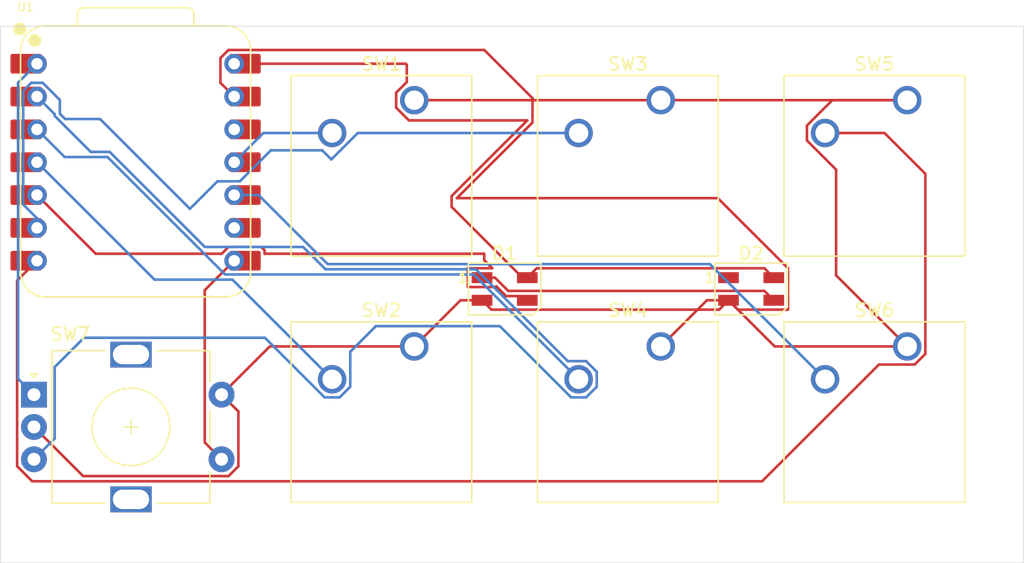
<source format=kicad_pcb>
(kicad_pcb (version 20241229) (generator "pcbnew") (generator_version "9.0")
  (layers (0 "F.Cu" signal) (2 "B.Cu" signal) (13 "F.Paste" user) (15 "B.Paste" user) (5 "F.SilkS" user "F.Silkscreen") (7 "B.SilkS" user "B.Silkscreen") (1 "F.Mask" user) (3 "B.Mask" user) (25 "Edge.Cuts" user))
  (net 0 "")
  (net 1 "GND")
  (net 2 "+5V")
  (net 3 "Net-(D1-DIN)")
  (net 4 "Net-(D1-DOUT)")
  (net 6 "Net-(U1-GPIO3{slash}MOSI)")
  (net 7 "Net-(U1-GPIO29{slash}ADC3{slash}A3)")
  (net 8 "Net-(U1-GPIO7{slash}SCL)")
  (net 9 "Net-(U1-GPIO28{slash}ADC2{slash}A2)")
  (net 10 "Net-(U1-GPIO0{slash}TX)")
  (net 11 "Net-(U1-GPIO4{slash}MISO)")
  (net 12 "Net-(U1-GPIO26{slash}ADC0{slash}A0)")
  (net 13 "Net-(U1-GPIO27{slash}ADC1{slash}A1)")
  (net 14 "Net-(U1-GPIO1{slash}RX)")
  (footprint "Rotary_Encoder:RotaryEncoder_Alps_EC11E-Switch_Vertical_H20mm" (layer "F.Cu") (at 80.3 132)
    (property "Reference" "SW7" (at 2.8 -4.7 0) (layer "F.SilkS"))
    (property "Value" "RotaryEncoder_Switch")
    (fp_line (start -0.3 -1.6) (end 0.3 -1.6) (stroke (width 0.12)) (layer "F.SilkS"))
    (fp_line (start 0 -1.3) (end -0.3 -1.6) (stroke (width 0.12)) (layer "F.SilkS"))
    (fp_line (start 0.3 -1.6) (end 0 -1.3) (stroke (width 0.12)) (layer "F.SilkS"))
    (fp_line (start 1.4 -3.4) (end 1.4 8.4) (stroke (width 0.12)) (layer "F.SilkS"))
    (fp_line (start 5.5 -3.4) (end 1.4 -3.4) (stroke (width 0.12)) (layer "F.SilkS"))
    (fp_line (start 5.5 8.4) (end 1.4 8.4) (stroke (width 0.12)) (layer "F.SilkS"))
    (fp_line (start 7 2.5) (end 8 2.5) (stroke (width 0.12)) (layer "F.SilkS"))
    (fp_line (start 7.5 2) (end 7.5 3) (stroke (width 0.12)) (layer "F.SilkS"))
    (fp_line (start 9.5 -3.4) (end 13.6 -3.4) (stroke (width 0.12)) (layer "F.SilkS"))
    (fp_line (start 13.6 -3.4) (end 13.6 -1) (stroke (width 0.12)) (layer "F.SilkS"))
    (fp_line (start 13.6 1.2) (end 13.6 3.8) (stroke (width 0.12)) (layer "F.SilkS"))
    (fp_line (start 13.6 6) (end 13.6 8.4) (stroke (width 0.12)) (layer "F.SilkS"))
    (fp_line (start 13.6 8.4) (end 9.5 8.4) (stroke (width 0.12)) (layer "F.SilkS"))
    (fp_circle (center 7.5 2.5) (end 10.5 2.5) (stroke (width 0.12)) (fill no) (layer "F.SilkS"))
    (pad "A" thru_hole rect (at 0 0) (size 2 2) (drill 1) (layers "*.Cu" "*.Mask") (net 12 "Net-(U1-GPIO26{slash}ADC0{slash}A0)"))
    (pad "B" thru_hole circle (at 0 5) (size 2 2) (drill 1) (layers "*.Cu" "*.Mask") (net 13 "Net-(U1-GPIO27{slash}ADC1{slash}A1)"))
    (pad "C" thru_hole circle (at 0 2.5) (size 2 2) (drill 1) (layers "*.Cu" "*.Mask") (net 1 "GND"))
    (pad "MP" thru_hole rect (at 7.5 -3.1) (size 3.2 2) (drill oval 2.8 1.5) (layers "*.Cu" "*.Mask"))
    (pad "MP" thru_hole rect (at 7.5 8.1) (size 3.2 2) (drill oval 2.8 1.5) (layers "*.Cu" "*.Mask"))
    (pad "S1" thru_hole circle (at 14.5 5) (size 2 2) (drill 1) (layers "*.Cu" "*.Mask") (net 14 "Net-(U1-GPIO1{slash}RX)"))
    (pad "S2" thru_hole circle (at 14.5 0) (size 2 2) (drill 1) (layers "*.Cu" "*.Mask") (net 1 "GND"))
  )
  (footprint "Button_Switch_Keyboard:SW_Cherry_MX_1.00u_PCB" (layer "F.Cu") (at 128.74625 128.27)
    (property "Reference" "SW4" (at -2.54 -2.794 0) (layer "F.SilkS"))
    (property "Value" "SW_Push")
    (fp_line (start -9.525 -1.905) (end 4.445 -1.905) (stroke (width 0.12)) (layer "F.SilkS"))
    (fp_line (start -9.525 12.065) (end -9.525 -1.905) (stroke (width 0.12)) (layer "F.SilkS"))
    (fp_line (start 4.445 -1.905) (end 4.445 12.065) (stroke (width 0.12)) (layer "F.SilkS"))
    (fp_line (start 4.445 12.065) (end -9.525 12.065) (stroke (width 0.12)) (layer "F.SilkS"))
    (pad "" np_thru_hole circle (at -7.62 5.08) (size 1.7 1.7) (drill 1.7) (layers "*.Cu" "*.Mask"))
    (pad "" np_thru_hole circle (at -2.54 5.08) (size 4 4) (drill 4) (layers "*.Cu" "*.Mask"))
    (pad "" np_thru_hole circle (at 2.54 5.08) (size 1.7 1.7) (drill 1.7) (layers "*.Cu" "*.Mask"))
    (pad "1" thru_hole circle (at 0 0) (size 2.2 2.2) (drill 1.5) (layers "*.Cu" "*.Mask") (net 1 "GND"))
    (pad "2" thru_hole circle (at -6.35 2.54) (size 2.2 2.2) (drill 1.5) (layers "*.Cu" "*.Mask") (net 9 "Net-(U1-GPIO28{slash}ADC2{slash}A2)"))
  )
  (footprint "Button_Switch_Keyboard:SW_Cherry_MX_1.00u_PCB" (layer "F.Cu") (at 147.79625 128.27)
    (property "Reference" "SW6" (at -2.54 -2.794 0) (layer "F.SilkS"))
    (property "Value" "SW_Push")
    (fp_line (start -9.525 -1.905) (end 4.445 -1.905) (stroke (width 0.12)) (layer "F.SilkS"))
    (fp_line (start -9.525 12.065) (end -9.525 -1.905) (stroke (width 0.12)) (layer "F.SilkS"))
    (fp_line (start 4.445 -1.905) (end 4.445 12.065) (stroke (width 0.12)) (layer "F.SilkS"))
    (fp_line (start 4.445 12.065) (end -9.525 12.065) (stroke (width 0.12)) (layer "F.SilkS"))
    (pad "" np_thru_hole circle (at -7.62 5.08) (size 1.7 1.7) (drill 1.7) (layers "*.Cu" "*.Mask"))
    (pad "" np_thru_hole circle (at -2.54 5.08) (size 4 4) (drill 4) (layers "*.Cu" "*.Mask"))
    (pad "" np_thru_hole circle (at 2.54 5.08) (size 1.7 1.7) (drill 1.7) (layers "*.Cu" "*.Mask"))
    (pad "1" thru_hole circle (at 0 0) (size 2.2 2.2) (drill 1.5) (layers "*.Cu" "*.Mask") (net 1 "GND"))
    (pad "2" thru_hole circle (at -6.35 2.54) (size 2.2 2.2) (drill 1.5) (layers "*.Cu" "*.Mask") (net 11 "Net-(U1-GPIO4{slash}MISO)"))
  )
  (footprint "Button_Switch_Keyboard:SW_Cherry_MX_1.00u_PCB" (layer "F.Cu") (at 109.69625 109.22)
    (property "Reference" "SW1" (at -2.54 -2.794 0) (layer "F.SilkS"))
    (property "Value" "SW_Push")
    (fp_line (start -9.525 -1.905) (end 4.445 -1.905) (stroke (width 0.12)) (layer "F.SilkS"))
    (fp_line (start -9.525 12.065) (end -9.525 -1.905) (stroke (width 0.12)) (layer "F.SilkS"))
    (fp_line (start 4.445 -1.905) (end 4.445 12.065) (stroke (width 0.12)) (layer "F.SilkS"))
    (fp_line (start 4.445 12.065) (end -9.525 12.065) (stroke (width 0.12)) (layer "F.SilkS"))
    (pad "" np_thru_hole circle (at -7.62 5.08) (size 1.7 1.7) (drill 1.7) (layers "*.Cu" "*.Mask"))
    (pad "" np_thru_hole circle (at -2.54 5.08) (size 4 4) (drill 4) (layers "*.Cu" "*.Mask"))
    (pad "" np_thru_hole circle (at 2.54 5.08) (size 1.7 1.7) (drill 1.7) (layers "*.Cu" "*.Mask"))
    (pad "1" thru_hole circle (at 0 0) (size 2.2 2.2) (drill 1.5) (layers "*.Cu" "*.Mask") (net 1 "GND"))
    (pad "2" thru_hole circle (at -6.35 2.54) (size 2.2 2.2) (drill 1.5) (layers "*.Cu" "*.Mask") (net 6 "Net-(U1-GPIO3{slash}MOSI)"))
  )
  (footprint "OPL:XIAO-RP2040-DIP" (layer "F.Cu") (at 88.155 114.02)
    (property "Reference" "U1" (at -8.5 -12 0) (layer "F.SilkS") (effects (font (size 0.635 0.635) (thickness 0.1016))))
    (property "Value" "XIAO-RP2040-DIP")
    (fp_line (start -8.89 8.509) (end -8.89 -8.636) (stroke (width 0.127)) (layer "F.SilkS"))
    (fp_line (start -6.985 10.414) (end 6.985 10.414) (stroke (width 0.127)) (layer "F.SilkS"))
    (fp_line (start -4.495 -10.541) (end -4.491272 -11.451272) (stroke (width 0.127)) (layer "F.SilkS"))
    (fp_line (start -3.991272 -11.951) (end 4.004 -11.951) (stroke (width 0.127)) (layer "F.SilkS"))
    (fp_line (start 4.504 -11.451) (end 4.504 -10.541) (stroke (width 0.127)) (layer "F.SilkS"))
    (fp_line (start 6.985 -10.541) (end -6.985 -10.541) (stroke (width 0.1)) (layer "F.SilkS"))
    (fp_line (start 6.985 -10.541) (end -6.985 -10.541) (stroke (width 0.127)) (layer "F.SilkS"))
    (fp_line (start 8.89 8.509) (end 8.89 -8.636) (stroke (width 0.127)) (layer "F.SilkS"))
    (fp_arc (start -8.89 -8.636) (mid -8.332038 -9.983038) (end -6.985 -10.541) (stroke (width 0.127)) (layer "F.SilkS"))
    (fp_arc (start -6.985 10.414) (mid -8.332038 9.856038) (end -8.89 8.509) (stroke (width 0.127)) (layer "F.SilkS"))
    (fp_arc (start -4.491272 -11.451272) (mid -4.344728 -11.80464) (end -3.991272 -11.951) (stroke (width 0.127)) (layer "F.SilkS"))
    (fp_arc (start 4.004 -11.951) (mid 4.357553 -11.804553) (end 4.504 -11.451) (stroke (width 0.127)) (layer "F.SilkS"))
    (fp_arc (start 6.985 -10.541) (mid 8.332038 -9.983038) (end 8.89 -8.636) (stroke (width 0.127)) (layer "F.SilkS"))
    (fp_arc (start 8.89 8.509) (mid 8.332038 9.856038) (end 6.985 10.414) (stroke (width 0.127)) (layer "F.SilkS"))
    (fp_circle (center -8.95 -10.3) (end -8.95 -10.554) (stroke (width 0.5)) (fill yes) (layer "F.SilkS"))
    (fp_circle (center -7.807 -9.42) (end -7.807 -9.674) (stroke (width 0.5)) (fill yes) (layer "F.SilkS"))
    (pad "1" smd roundrect (at -8.455 -7.62 180) (size 2.432 1.524) (layers "F.Cu" "F.Mask") (roundrect_rratio 0.1) (net 12 "Net-(U1-GPIO26{slash}ADC0{slash}A0)"))
    (pad "1" thru_hole circle (at -7.62 -7.62 180) (size 1.524 1.524) (drill 0.889) (layers "*.Cu" "*.Mask") (net 12 "Net-(U1-GPIO26{slash}ADC0{slash}A0)"))
    (pad "2" smd roundrect (at -8.455 -5.08 180) (size 2.432 1.524) (layers "F.Cu" "F.Mask") (roundrect_rratio 0.1) (net 13 "Net-(U1-GPIO27{slash}ADC1{slash}A1)"))
    (pad "2" thru_hole circle (at -7.62 -5.08 180) (size 1.524 1.524) (drill 0.889) (layers "*.Cu" "*.Mask") (net 13 "Net-(U1-GPIO27{slash}ADC1{slash}A1)"))
    (pad "3" smd roundrect (at -8.455 -2.54 180) (size 2.432 1.524) (layers "F.Cu" "F.Mask") (roundrect_rratio 0.1) (net 9 "Net-(U1-GPIO28{slash}ADC2{slash}A2)"))
    (pad "3" thru_hole circle (at -7.62 -2.54 180) (size 1.524 1.524) (drill 0.889) (layers "*.Cu" "*.Mask") (net 9 "Net-(U1-GPIO28{slash}ADC2{slash}A2)"))
    (pad "4" smd roundrect (at -8.455 0 180) (size 2.432 1.524) (layers "F.Cu" "F.Mask") (roundrect_rratio 0.1) (net 7 "Net-(U1-GPIO29{slash}ADC3{slash}A3)"))
    (pad "4" thru_hole circle (at -7.62 0 180) (size 1.524 1.524) (drill 0.889) (layers "*.Cu" "*.Mask") (net 7 "Net-(U1-GPIO29{slash}ADC3{slash}A3)"))
    (pad "5" smd roundrect (at -8.455 2.54 180) (size 2.432 1.524) (layers "F.Cu" "F.Mask") (roundrect_rratio 0.1) (net 3 "Net-(D1-DIN)"))
    (pad "5" thru_hole circle (at -7.62 2.54 180) (size 1.524 1.524) (drill 0.889) (layers "*.Cu" "*.Mask") (net 3 "Net-(D1-DIN)"))
    (pad "6" smd roundrect (at -8.455 5.08 180) (size 2.432 1.524) (layers "F.Cu" "F.Mask") (roundrect_rratio 0.1) (net 8 "Net-(U1-GPIO7{slash}SCL)"))
    (pad "6" thru_hole circle (at -7.62 5.08 180) (size 1.524 1.524) (drill 0.889) (layers "*.Cu" "*.Mask") (net 8 "Net-(U1-GPIO7{slash}SCL)"))
    (pad "7" smd roundrect (at -8.455 7.62 180) (size 2.432 1.524) (layers "F.Cu" "F.Mask") (roundrect_rratio 0.1) (net 10 "Net-(U1-GPIO0{slash}TX)"))
    (pad "7" thru_hole circle (at -7.62 7.62 180) (size 1.524 1.524) (drill 0.889) (layers "*.Cu" "*.Mask") (net 10 "Net-(U1-GPIO0{slash}TX)"))
    (pad "8" thru_hole circle (at 7.62 7.62) (size 1.524 1.524) (drill 0.889) (layers "*.Cu" "*.Mask") (net 14 "Net-(U1-GPIO1{slash}RX)"))
    (pad "8" smd roundrect (at 8.455 7.62) (size 2.432 1.524) (layers "F.Cu" "F.Mask") (roundrect_rratio 0.1) (net 14 "Net-(U1-GPIO1{slash}RX)"))
    (pad "9" thru_hole circle (at 7.62 5.08) (size 1.524 1.524) (drill 0.889) (layers "*.Cu" "*.Mask"))
    (pad "9" smd roundrect (at 8.455 5.08) (size 2.432 1.524) (layers "F.Cu" "F.Mask") (roundrect_rratio 0.1))
    (pad "10" thru_hole circle (at 7.62 2.54) (size 1.524 1.524) (drill 0.889) (layers "*.Cu" "*.Mask") (net 11 "Net-(U1-GPIO4{slash}MISO)"))
    (pad "10" smd roundrect (at 8.455 2.54) (size 2.432 1.524) (layers "F.Cu" "F.Mask") (roundrect_rratio 0.1) (net 11 "Net-(U1-GPIO4{slash}MISO)"))
    (pad "11" thru_hole circle (at 7.62 0) (size 1.524 1.524) (drill 0.889) (layers "*.Cu" "*.Mask") (net 6 "Net-(U1-GPIO3{slash}MOSI)"))
    (pad "11" smd roundrect (at 8.455 0) (size 2.432 1.524) (layers "F.Cu" "F.Mask") (roundrect_rratio 0.1) (net 6 "Net-(U1-GPIO3{slash}MOSI)"))
    (pad "12" thru_hole circle (at 7.62 -2.54) (size 1.524 1.524) (drill 0.889) (layers "*.Cu" "*.Mask"))
    (pad "12" smd roundrect (at 8.455 -2.54) (size 2.432 1.524) (layers "F.Cu" "F.Mask") (roundrect_rratio 0.1))
    (pad "13" thru_hole circle (at 7.62 -5.08) (size 1.524 1.524) (drill 0.889) (layers "*.Cu" "*.Mask") (net 1 "GND"))
    (pad "13" smd roundrect (at 8.455 -5.08) (size 2.432 1.524) (layers "F.Cu" "F.Mask") (roundrect_rratio 0.1) (net 1 "GND"))
    (pad "14" thru_hole circle (at 7.62 -7.62) (size 1.524 1.524) (drill 0.889) (layers "*.Cu" "*.Mask") (net 2 "+5V"))
    (pad "14" smd roundrect (at 8.455 -7.62) (size 2.432 1.524) (layers "F.Cu" "F.Mask") (roundrect_rratio 0.1) (net 2 "+5V"))
  )
  (footprint "Button_Switch_Keyboard:SW_Cherry_MX_1.00u_PCB" (layer "F.Cu") (at 128.74625 109.22)
    (property "Reference" "SW3" (at -2.54 -2.794 0) (layer "F.SilkS"))
    (property "Value" "SW_Push")
    (fp_line (start -9.525 -1.905) (end 4.445 -1.905) (stroke (width 0.12)) (layer "F.SilkS"))
    (fp_line (start -9.525 12.065) (end -9.525 -1.905) (stroke (width 0.12)) (layer "F.SilkS"))
    (fp_line (start 4.445 -1.905) (end 4.445 12.065) (stroke (width 0.12)) (layer "F.SilkS"))
    (fp_line (start 4.445 12.065) (end -9.525 12.065) (stroke (width 0.12)) (layer "F.SilkS"))
    (pad "" np_thru_hole circle (at -7.62 5.08) (size 1.7 1.7) (drill 1.7) (layers "*.Cu" "*.Mask"))
    (pad "" np_thru_hole circle (at -2.54 5.08) (size 4 4) (drill 4) (layers "*.Cu" "*.Mask"))
    (pad "" np_thru_hole circle (at 2.54 5.08) (size 1.7 1.7) (drill 1.7) (layers "*.Cu" "*.Mask"))
    (pad "1" thru_hole circle (at 0 0) (size 2.2 2.2) (drill 1.5) (layers "*.Cu" "*.Mask") (net 1 "GND"))
    (pad "2" thru_hole circle (at -6.35 2.54) (size 2.2 2.2) (drill 1.5) (layers "*.Cu" "*.Mask") (net 8 "Net-(U1-GPIO7{slash}SCL)"))
  )
  (footprint "LED_SMD:LED_SK6812MINI_PLCC4_3.5x3.5mm_P1.75mm" (layer "F.Cu") (at 135.73125 123.825)
    (property "Reference" "D2" (at 0 -2.75 0) (layer "F.SilkS"))
    (property "Value" "SK6812MINI")
    (fp_line (start -2.8 -2) (end -2.8 2) (stroke (width 0.12)) (layer "F.SilkS"))
    (fp_line (start -2.8 -2) (end 2.8 -2) (stroke (width 0.12)) (layer "F.SilkS"))
    (fp_line (start -2.8 2) (end 2.2 2) (stroke (width 0.12)) (layer "F.SilkS"))
    (fp_line (start 2.8 1.4) (end 2.2 2) (stroke (width 0.12)) (layer "F.SilkS"))
    (fp_line (start 2.8 1.4) (end 2.8 -2) (stroke (width 0.12)) (layer "F.SilkS"))
    (fp_text user "1" (at -3.2 -0.875 0) (layer "F.SilkS") (effects (font (size 0.8 0.8))))
    (pad "1" smd rect (at -1.75 -0.875) (size 1.6 0.85) (layers "F.Cu" "F.Mask" "F.Paste"))
    (pad "2" smd rect (at -1.75 0.875) (size 1.6 0.85) (layers "F.Cu" "F.Mask" "F.Paste") (net 1 "GND"))
    (pad "3" smd rect (at 1.75 0.875) (size 1.6 0.85) (layers "F.Cu" "F.Mask" "F.Paste") (net 4 "Net-(D1-DOUT)"))
    (pad "4" smd rect (at 1.75 -0.875) (size 1.6 0.85) (layers "F.Cu" "F.Mask" "F.Paste") (net 2 "+5V"))
  )
  (footprint "LED_SMD:LED_SK6812MINI_PLCC4_3.5x3.5mm_P1.75mm" (layer "F.Cu") (at 116.68125 123.825)
    (property "Reference" "D1" (at 0 -2.75 0) (layer "F.SilkS"))
    (property "Value" "SK6812MINI" (hide yes))
    (fp_line (start -2.8 -2) (end -2.8 2) (stroke (width 0.12)) (layer "F.SilkS"))
    (fp_line (start -2.8 -2) (end 2.8 -2) (stroke (width 0.12)) (layer "F.SilkS"))
    (fp_line (start -2.8 2) (end 2.2 2) (stroke (width 0.12)) (layer "F.SilkS"))
    (fp_line (start 2.8 1.4) (end 2.2 2) (stroke (width 0.12)) (layer "F.SilkS"))
    (fp_line (start 2.8 1.4) (end 2.8 -2) (stroke (width 0.12)) (layer "F.SilkS"))
    (fp_text user "1" (at -3.2 -0.875 0) (layer "F.SilkS") (effects (font (size 0.8 0.8))))
    (pad "1" smd rect (at -1.75 -0.875) (size 1.6 0.85) (layers "F.Cu" "F.Mask" "F.Paste") (net 4 "Net-(D1-DOUT)"))
    (pad "2" smd rect (at -1.75 0.875) (size 1.6 0.85) (layers "F.Cu" "F.Mask" "F.Paste") (net 1 "GND"))
    (pad "3" smd rect (at 1.75 0.875) (size 1.6 0.85) (layers "F.Cu" "F.Mask" "F.Paste") (net 3 "Net-(D1-DIN)"))
    (pad "4" smd rect (at 1.75 -0.875) (size 1.6 0.85) (layers "F.Cu" "F.Mask" "F.Paste") (net 2 "+5V"))
  )
  (footprint "Button_Switch_Keyboard:SW_Cherry_MX_1.00u_PCB" (layer "F.Cu") (at 109.69625 128.27)
    (property "Reference" "SW2" (at -2.54 -2.794 0) (layer "F.SilkS"))
    (property "Value" "SW_Push")
    (fp_line (start -9.525 -1.905) (end 4.445 -1.905) (stroke (width 0.12)) (layer "F.SilkS"))
    (fp_line (start -9.525 12.065) (end -9.525 -1.905) (stroke (width 0.12)) (layer "F.SilkS"))
    (fp_line (start 4.445 -1.905) (end 4.445 12.065) (stroke (width 0.12)) (layer "F.SilkS"))
    (fp_line (start 4.445 12.065) (end -9.525 12.065) (stroke (width 0.12)) (layer "F.SilkS"))
    (pad "" np_thru_hole circle (at -7.62 5.08) (size 1.7 1.7) (drill 1.7) (layers "*.Cu" "*.Mask"))
    (pad "" np_thru_hole circle (at -2.54 5.08) (size 4 4) (drill 4) (layers "*.Cu" "*.Mask"))
    (pad "" np_thru_hole circle (at 2.54 5.08) (size 1.7 1.7) (drill 1.7) (layers "*.Cu" "*.Mask"))
    (pad "1" thru_hole circle (at 0 0) (size 2.2 2.2) (drill 1.5) (layers "*.Cu" "*.Mask") (net 1 "GND"))
    (pad "2" thru_hole circle (at -6.35 2.54) (size 2.2 2.2) (drill 1.5) (layers "*.Cu" "*.Mask") (net 7 "Net-(U1-GPIO29{slash}ADC3{slash}A3)"))
  )
  (footprint "Button_Switch_Keyboard:SW_Cherry_MX_1.00u_PCB" (layer "F.Cu") (at 147.79625 109.22)
    (property "Reference" "SW5" (at -2.54 -2.794 0) (layer "F.SilkS"))
    (property "Value" "SW_Push")
    (fp_line (start -9.525 -1.905) (end 4.445 -1.905) (stroke (width 0.12)) (layer "F.SilkS"))
    (fp_line (start -9.525 12.065) (end -9.525 -1.905) (stroke (width 0.12)) (layer "F.SilkS"))
    (fp_line (start 4.445 -1.905) (end 4.445 12.065) (stroke (width 0.12)) (layer "F.SilkS"))
    (fp_line (start 4.445 12.065) (end -9.525 12.065) (stroke (width 0.12)) (layer "F.SilkS"))
    (pad "" np_thru_hole circle (at -7.62 5.08) (size 1.7 1.7) (drill 1.7) (layers "*.Cu" "*.Mask"))
    (pad "" np_thru_hole circle (at -2.54 5.08) (size 4 4) (drill 4) (layers "*.Cu" "*.Mask"))
    (pad "" np_thru_hole circle (at 2.54 5.08) (size 1.7 1.7) (drill 1.7) (layers "*.Cu" "*.Mask"))
    (pad "1" thru_hole circle (at 0 0) (size 2.2 2.2) (drill 1.5) (layers "*.Cu" "*.Mask") (net 1 "GND"))
    (pad "2" thru_hole circle (at -6.35 2.54) (size 2.2 2.2) (drill 1.5) (layers "*.Cu" "*.Mask") (net 10 "Net-(U1-GPIO0{slash}TX)"))
  )
  (gr_rect (start 77.7 103.5) (end 156.8 145) (stroke (width 0.05)) (fill no) (layer "Edge.Cuts"))
  (segment (start 128.74625 109.22) (end 109.69625 109.22) (width 0.2) (layer "F.Cu") (net 1))
  (segment (start 133.98125 124.7) (end 133.25525 125.426) (width 0.2) (layer "F.Cu") (net 1))
  (segment (start 133.98125 124.7) (end 134.70725 125.426) (width 0.2) (layer "F.Cu") (net 1))
  (segment (start 95.338892 138.301) (end 84.101 138.301) (width 0.2) (layer "F.Cu") (net 1))
  (segment (start 94.8 132) (end 96.101 133.301) (width 0.2) (layer "F.Cu") (net 1))
  (segment (start 133.98125 124.7) (end 132.31625 124.7) (width 0.2) (layer "F.Cu") (net 1))
  (segment (start 113.26625 124.7) (end 109.69625 128.27) (width 0.2) (layer "F.Cu") (net 1))
  (segment (start 95.33469 105.337) (end 94.712 105.95969) (width 0.2) (layer "F.Cu") (net 1))
  (segment (start 142.3 114.595064) (end 140.04525 112.340314) (width 0.2) (layer "F.Cu") (net 1))
  (segment (start 147.79625 128.27) (end 142.3 122.77375) (width 0.2) (layer "F.Cu") (net 1))
  (segment (start 118.83225 109.06515) (end 115.1041 105.337) (width 0.2) (layer "F.Cu") (net 1))
  (segment (start 94.712 107.877) (end 95.775 108.94) (width 0.2) (layer "F.Cu") (net 1))
  (segment (start 142.004936 109.22) (end 147.79625 109.22) (width 0.2) (layer "F.Cu") (net 1))
  (segment (start 147.79625 109.22) (end 128.74625 109.22) (width 0.2) (layer "F.Cu") (net 1))
  (segment (start 109.69625 128.27) (end 98.53 128.27) (width 0.2) (layer "F.Cu") (net 1))
  (segment (start 115.65725 125.426) (end 114.93125 124.7) (width 0.2) (layer "F.Cu") (net 1))
  (segment (start 98.53 128.27) (end 94.8 132) (width 0.2) (layer "F.Cu") (net 1))
  (segment (start 140.04525 112.340314) (end 140.04525 111.179686) (width 0.2) (layer "F.Cu") (net 1))
  (segment (start 137.55125 128.27) (end 147.79625 128.27) (width 0.2) (layer "F.Cu") (net 1))
  (segment (start 133.98125 124.7) (end 137.55125 128.27) (width 0.2) (layer "F.Cu") (net 1))
  (segment (start 132.31625 124.7) (end 128.74625 128.27) (width 0.2) (layer "F.Cu") (net 1))
  (segment (start 142.3 122.77375) (end 142.3 114.595064) (width 0.2) (layer "F.Cu") (net 1))
  (segment (start 140.04525 111.179686) (end 142.004936 109.22) (width 0.2) (layer "F.Cu") (net 1))
  (segment (start 133.15825 116.8) (end 112.982481 116.8) (width 0.2) (layer "F.Cu") (net 1))
  (segment (start 96.101 137.538892) (end 95.338892 138.301) (width 0.2) (layer "F.Cu") (net 1))
  (segment (start 134.70725 125.426) (end 138.58225 125.426) (width 0.2) (layer "F.Cu") (net 1))
  (segment (start 96.101 133.301) (end 96.101 137.538892) (width 0.2) (layer "F.Cu") (net 1))
  (segment (start 115.1041 105.337) (end 95.33469 105.337) (width 0.2) (layer "F.Cu") (net 1))
  (segment (start 138.58225 125.426) (end 138.58225 122.224) (width 0.2) (layer "F.Cu") (net 1))
  (segment (start 114.93125 124.7) (end 113.26625 124.7) (width 0.2) (layer "F.Cu") (net 1))
  (segment (start 133.25525 125.426) (end 115.65725 125.426) (width 0.2) (layer "F.Cu") (net 1))
  (segment (start 84.101 138.301) (end 80.3 134.5) (width 0.2) (layer "F.Cu") (net 1))
  (segment (start 112.982481 116.8) (end 118.83225 110.950231) (width 0.2) (layer "F.Cu") (net 1))
  (segment (start 118.83225 110.950231) (end 118.83225 109.06515) (width 0.2) (layer "F.Cu") (net 1))
  (segment (start 138.58225 122.224) (end 133.15825 116.8) (width 0.2) (layer "F.Cu") (net 1))
  (segment (start 94.712 105.95969) (end 94.712 107.877) (width 0.2) (layer "F.Cu") (net 1))
  (segment (start 109.115936 107.819) (end 108.29525 108.639686) (width 0.2) (layer "F.Cu") (net 2))
  (segment (start 118.43125 122.95) (end 119.15725 122.224) (width 0.2) (layer "F.Cu") (net 2))
  (segment (start 136.75525 122.224) (end 137.48125 122.95) (width 0.2) (layer "F.Cu") (net 2))
  (segment (start 109.034315 106.4) (end 109.115936 106.481621) (width 0.2) (layer "F.Cu") (net 2))
  (segment (start 108.29525 109.800314) (end 109.279067 110.784131) (width 0.2) (layer "F.Cu") (net 2))
  (segment (start 95.775 106.4) (end 109.034315 106.4) (width 0.2) (layer "F.Cu") (net 2))
  (segment (start 112.581066 116.634315) (end 112.581066 117.474816) (width 0.2) (layer "F.Cu") (net 2))
  (segment (start 118.43125 110.784131) (end 112.581066 116.634315) (width 0.2) (layer "F.Cu") (net 2))
  (segment (start 108.29525 108.639686) (end 108.29525 109.800314) (width 0.2) (layer "F.Cu") (net 2))
  (segment (start 119.15725 122.224) (end 136.75525 122.224) (width 0.2) (layer "F.Cu") (net 2))
  (segment (start 109.279067 110.784131) (end 118.43125 110.784131) (width 0.2) (layer "F.Cu") (net 2))
  (segment (start 112.581066 117.474816) (end 118.05625 122.95) (width 0.2) (layer "F.Cu") (net 2))
  (segment (start 118.05625 122.95) (end 118.43125 122.95) (width 0.2) (layer "F.Cu") (net 2))
  (segment (start 109.115936 106.481621) (end 109.115936 107.819) (width 0.2) (layer "F.Cu") (net 2))
  (segment (start 117.875 124.375) (end 116.78915 124.375) (width 0.2) (layer "F.Cu") (net 3))
  (segment (start 118.2 124.7) (end 117.875 124.375) (width 0.2) (layer "F.Cu") (net 3))
  (segment (start 118.43125 124.7) (end 118.2 124.7) (width 0.2) (layer "F.Cu") (net 3))
  (segment (start 98.127 121.1) (end 98.127 120.838374) (width 0.2) (layer "F.Cu") (net 3))
  (segment (start 94.81169 121.1) (end 85.075 121.1) (width 0.2) (layer "F.Cu") (net 3))
  (segment (start 115.1 121.1) (end 98.127 121.1) (width 0.2) (layer "F.Cu") (net 3))
  (segment (start 115.1 121.6) (end 115.1 121.1) (width 0.2) (layer "F.Cu") (net 3))
  (segment (start 97.865626 120.577) (end 95.33469 120.577) (width 0.2) (layer "F.Cu") (net 3))
  (segment (start 115.724 122.224) (end 115.1 121.6) (width 0.2) (layer "F.Cu") (net 3))
  (segment (start 98.127 120.838374) (end 97.865626 120.577) (width 0.2) (layer "F.Cu") (net 3))
  (segment (start 95.33469 120.577) (end 94.81169 121.1) (width 0.2) (layer "F.Cu") (net 3))
  (segment (start 116.03225 123.676) (end 113.83025 123.676) (width 0.2) (layer "F.Cu") (net 3))
  (segment (start 113.83025 122.224) (end 115.724 122.224) (width 0.2) (layer "F.Cu") (net 3))
  (segment (start 116.78915 124.375) (end 116.03225 123.6181) (width 0.2) (layer "F.Cu") (net 3))
  (segment (start 116.03225 123.6181) (end 116.03225 123.676) (width 0.2) (layer "F.Cu") (net 3))
  (segment (start 85.075 121.1) (end 80.535 116.56) (width 0.2) (layer "F.Cu") (net 3))
  (segment (start 113.83025 123.676) (end 113.83025 122.224) (width 0.2) (layer "F.Cu") (net 3))
  (segment (start 137.48125 124.7) (end 136.75525 123.974) (width 0.2) (layer "F.Cu") (net 4))
  (segment (start 136.75525 123.974) (end 116.95525 123.974) (width 0.2) (layer "F.Cu") (net 4))
  (segment (start 115.93125 122.95) (end 114.93125 122.95) (width 0.2) (layer "F.Cu") (net 4))
  (segment (start 116.95525 123.974) (end 115.93125 122.95) (width 0.2) (layer "F.Cu") (net 4))
  (segment (start 103.34625 111.76) (end 98.035 111.76) (width 0.2) (layer "B.Cu") (net 6))
  (segment (start 98.035 111.76) (end 95.775 114.02) (width 0.2) (layer "B.Cu") (net 6))
  (segment (start 89.618 123.103) (end 95.63925 123.103) (width 0.2) (layer "B.Cu") (net 7))
  (segment (start 80.535 114.02) (end 89.618 123.103) (width 0.2) (layer "B.Cu") (net 7))
  (segment (start 95.63925 123.103) (end 103.34625 130.81) (width 0.2) (layer "B.Cu") (net 7))
  (segment (start 92.354372 117.623) (end 85.41137 110.68) (width 0.2) (layer "B.Cu") (net 8))
  (segment (start 80.97531 107.877) (end 80.09469 107.877) (width 0.2) (layer "B.Cu") (net 8))
  (segment (start 94.480372 115.497) (end 92.354372 117.623) (width 0.2) (layer "B.Cu") (net 8))
  (segment (start 80.09469 107.877) (end 79.472 108.49969) (width 0.2) (layer "B.Cu") (net 8))
  (segment (start 98.61331 113.099) (end 96.21531 115.497) (width 0.2) (layer "B.Cu") (net 8))
  (segment (start 82.711372 110.68) (end 82.3 110.268628) (width 0.2) (layer "B.Cu") (net 8))
  (segment (start 122.39625 111.76) (end 105.327564 111.76) (width 0.2) (layer "B.Cu") (net 8))
  (segment (start 102.581504 113.099) (end 98.61331 113.099) (width 0.2) (layer "B.Cu") (net 8))
  (segment (start 79.472 108.49969) (end 79.472 117.29562) (width 0.2) (layer "B.Cu") (net 8))
  (segment (start 82.3 109.20169) (end 80.97531 107.877) (width 0.2) (layer "B.Cu") (net 8))
  (segment (start 105.327564 111.76) (end 103.285034 113.80253) (width 0.2) (layer "B.Cu") (net 8))
  (segment (start 85.41137 110.68) (end 82.711372 110.68) (width 0.2) (layer "B.Cu") (net 8))
  (segment (start 80.90569 118.72931) (end 80.535 119.1) (width 0.2) (layer "B.Cu") (net 8))
  (segment (start 103.285034 113.80253) (end 102.581504 113.099) (width 0.2) (layer "B.Cu") (net 8))
  (segment (start 79.472 117.29562) (end 80.90569 118.72931) (width 0.2) (layer "B.Cu") (net 8))
  (segment (start 82.3 110.268628) (end 82.3 109.20169) (width 0.2) (layer "B.Cu") (net 8))
  (segment (start 96.21531 115.497) (end 94.480372 115.497) (width 0.2) (layer "B.Cu") (net 8))
  (segment (start 82.675 113.62) (end 85.985686 113.62) (width 0.2) (layer "B.Cu") (net 9))
  (segment (start 80.535 111.48) (end 82.675 113.62) (width 0.2) (layer "B.Cu") (net 9))
  (segment (start 95.068686 122.703) (end 114.28925 122.703) (width 0.2) (layer "B.Cu") (net 9))
  (segment (start 114.28925 122.703) (end 122.39625 130.81) (width 0.2) (layer "B.Cu") (net 9))
  (segment (start 85.985686 113.62) (end 95.068686 122.703) (width 0.2) (layer "B.Cu") (net 9))
  (segment (start 148.376564 129.671) (end 149.19725 128.850314) (width 0.2) (layer "F.Cu") (net 10))
  (segment (start 78.999 123.176) (end 78.999 137.538892) (width 0.2) (layer "F.Cu") (net 10))
  (segment (start 149.19725 128.850314) (end 149.19725 114.916184) (width 0.2) (layer "F.Cu") (net 10))
  (segment (start 136.579434 138.702) (end 145.610434 129.671) (width 0.2) (layer "F.Cu") (net 10))
  (segment (start 80.535 121.64) (end 78.999 123.176) (width 0.2) (layer "F.Cu") (net 10))
  (segment (start 78.999 137.538892) (end 80.162108 138.702) (width 0.2) (layer "F.Cu") (net 10))
  (segment (start 80.162108 138.702) (end 136.579434 138.702) (width 0.2) (layer "F.Cu") (net 10))
  (segment (start 149.19725 114.916184) (end 146.041066 111.76) (width 0.2) (layer "F.Cu") (net 10))
  (segment (start 145.610434 129.671) (end 148.376564 129.671) (width 0.2) (layer "F.Cu") (net 10))
  (segment (start 146.041066 111.76) (end 141.44625 111.76) (width 0.2) (layer "F.Cu") (net 10))
  (segment (start 97.66 116.56) (end 95.775 116.56) (width 0.2) (layer "B.Cu") (net 11))
  (segment (start 132.53825 121.902) (end 103.002 121.902) (width 0.2) (layer "B.Cu") (net 11))
  (segment (start 103.002 121.902) (end 97.66 116.56) (width 0.2) (layer "B.Cu") (net 11))
  (segment (start 141.44625 130.81) (end 132.53825 121.902) (width 0.2) (layer "B.Cu") (net 11))
  (segment (start 80.3 132) (end 79.071 130.771) (width 0.2) (layer "B.Cu") (net 12))
  (segment (start 79.071 107.864) (end 80.535 106.4) (width 0.2) (layer "B.Cu") (net 12))
  (segment (start 79.071 130.771) (end 79.071 107.864) (width 0.2) (layer "B.Cu") (net 12))
  (segment (start 122.976564 132.211) (end 123.79725 131.390314) (width 0.2) (layer "B.Cu") (net 13))
  (segment (start 84.165686 127.6) (end 98.154936 127.6) (width 0.2) (layer "B.Cu") (net 13))
  (segment (start 121.56235 129.409) (end 114.45535 122.302) (width 0.2) (layer "B.Cu") (net 13))
  (segment (start 103.926564 132.211) (end 104.74725 131.390314) (width 0.2) (layer "B.Cu") (net 13))
  (segment (start 121.815936 132.211) (end 122.976564 132.211) (width 0.2) (layer "B.Cu") (net 13))
  (segment (start 84.684686 113.219) (end 81.9 110.434314) (width 0.2) (layer "B.Cu") (net 13))
  (segment (start 93.509786 120.577) (end 86.151786 113.219) (width 0.2) (layer "B.Cu") (net 13))
  (segment (start 102.836314 122.302) (end 101.111314 120.577) (width 0.2) (layer "B.Cu") (net 13))
  (segment (start 81.9 110.434314) (end 81.9 110.305) (width 0.2) (layer "B.Cu") (net 13))
  (segment (start 114.45535 122.302) (end 102.836314 122.302) (width 0.2) (layer "B.Cu") (net 13))
  (segment (start 81.9 129.865686) (end 84.165686 127.6) (width 0.2) (layer "B.Cu") (net 13))
  (segment (start 86.151786 113.219) (end 84.684686 113.219) (width 0.2) (layer "B.Cu") (net 13))
  (segment (start 81.9 135.4) (end 81.9 129.865686) (width 0.2) (layer "B.Cu") (net 13))
  (segment (start 104.74725 131.390314) (end 104.74725 128.681564) (width 0.2) (layer "B.Cu") (net 13))
  (segment (start 106.728814 126.7) (end 116.304936 126.7) (width 0.2) (layer "B.Cu") (net 13))
  (segment (start 80.3 137) (end 81.9 135.4) (width 0.2) (layer "B.Cu") (net 13))
  (segment (start 123.79725 130.229686) (end 122.976564 129.409) (width 0.2) (layer "B.Cu") (net 13))
  (segment (start 116.304936 126.7) (end 121.815936 132.211) (width 0.2) (layer "B.Cu") (net 13))
  (segment (start 81.9 110.305) (end 80.535 108.94) (width 0.2) (layer "B.Cu") (net 13))
  (segment (start 122.976564 129.409) (end 121.56235 129.409) (width 0.2) (layer "B.Cu") (net 13))
  (segment (start 101.111314 120.577) (end 93.509786 120.577) (width 0.2) (layer "B.Cu") (net 13))
  (segment (start 98.154936 127.6) (end 102.765936 132.211) (width 0.2) (layer "B.Cu") (net 13))
  (segment (start 102.765936 132.211) (end 103.926564 132.211) (width 0.2) (layer "B.Cu") (net 13))
  (segment (start 123.79725 131.390314) (end 123.79725 130.229686) (width 0.2) (layer "B.Cu") (net 13))
  (segment (start 104.74725 128.681564) (end 106.728814 126.7) (width 0.2) (layer "B.Cu") (net 13))
  (segment (start 93.499 135.699) (end 94.8 137) (width 0.2) (layer "F.Cu") (net 14))
  (segment (start 95.775 121.64) (end 93.499 123.916) (width 0.2) (layer "F.Cu") (net 14))
  (segment (start 93.499 123.916) (end 93.499 135.699) (width 0.2) (layer "F.Cu") (net 14))
)
</source>
